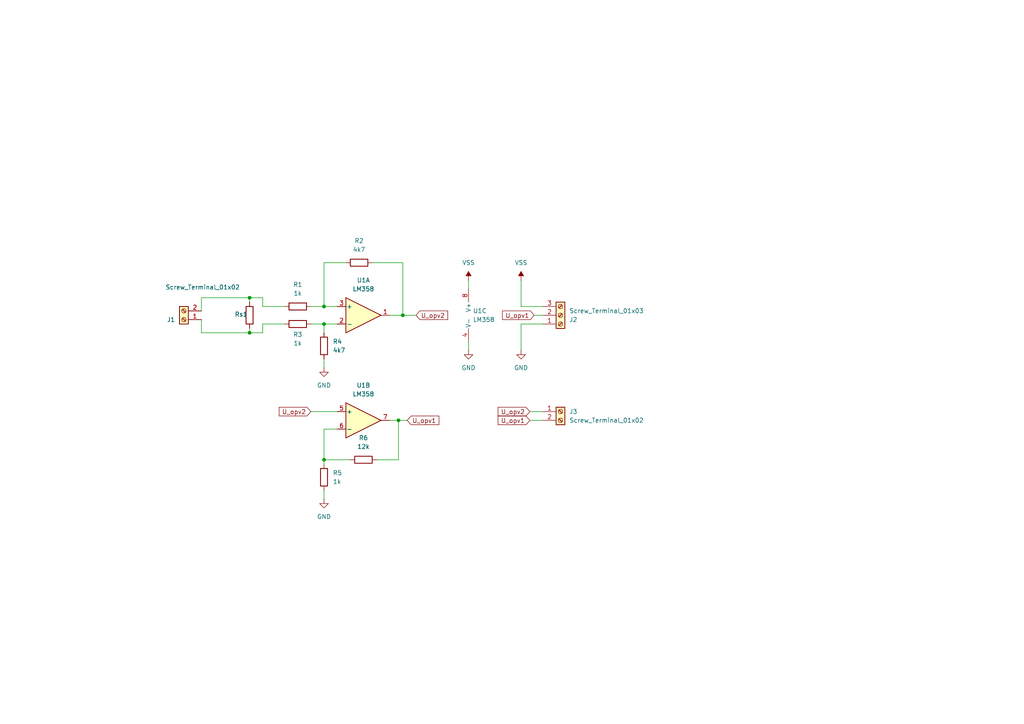
<source format=kicad_sch>
(kicad_sch (version 20241004) (generator "eeschema") (generator_version "8.99")
  (paper "A4")
  (lib_symbols
    (symbol "Amplifier_Operational:LM358" (pin_names (offset 0.127))
      (property "Reference" "U" (at 0 5.08 0))
      (property "Value" "LM358" (at 0 -5.08 0))
      (symbol "LM358_1_1"
        (polyline (pts (xy -5.08 5.08) (xy 5.08 0) (xy -5.08 -5.08) (xy -5.08 5.08)) (stroke (width 0.254)) (fill (type background)))
        (pin input line (at -7.62 2.54 0) (length 2.54) (name "+") (number "3"))
        (pin input line (at -7.62 -2.54 0) (length 2.54) (name "-") (number "2"))
        (pin output line (at 7.62 0 180) (length 2.54) (name "~") (number "1"))
      )
      (symbol "LM358_2_1"
        (polyline (pts (xy -5.08 5.08) (xy 5.08 0) (xy -5.08 -5.08) (xy -5.08 5.08)) (stroke (width 0.254)) (fill (type background)))
        (pin input line (at -7.62 2.54 0) (length 2.54) (name "+") (number "5"))
        (pin input line (at -7.62 -2.54 0) (length 2.54) (name "-") (number "6"))
        (pin output line (at 7.62 0 180) (length 2.54) (name "~") (number "7"))
      )
      (symbol "LM358_3_1"
        (pin power_in line (at -2.54 7.62 270) (length 3.81) (name "V+") (number "8"))
        (pin power_in line (at -2.54 -7.62 90) (length 3.81) (name "V-") (number "4"))
      )
    )
    (symbol "Connector:Screw_Terminal_01x02" (pin_names (offset 1.016) (hide yes))
      (property "Reference" "J" (at 0 2.54 0))
      (property "Value" "Screw_Terminal_01x02" (at 0 -5.08 0))
      (symbol "Screw_Terminal_01x02_1_1"
        (rectangle (start -1.27 1.27) (end 1.27 -3.81) (stroke (width 0.254)) (fill (type background)))
        (polyline (pts (xy -0.5334 0.3302) (xy 0.3302 -0.508)) (stroke (width 0.1524)))
        (polyline (pts (xy -0.5334 -2.2098) (xy 0.3302 -3.048)) (stroke (width 0.1524)))
        (polyline (pts (xy -0.3556 0.508) (xy 0.508 -0.3302)) (stroke (width 0.1524)))
        (polyline (pts (xy -0.3556 -2.032) (xy 0.508 -2.8702)) (stroke (width 0.1524)))
        (circle (center 0 0) (radius 0.635) (stroke (width 0.1524)))
        (circle (center 0 -2.54) (radius 0.635) (stroke (width 0.1524)))
        (pin passive line (at -5.08 0 0) (length 3.81) (name "Pin_1") (number "1"))
        (pin passive line (at -5.08 -2.54 0) (length 3.81) (name "Pin_2") (number "2"))
      )
    )
    (symbol "Connector:Screw_Terminal_01x03" (pin_names (offset 1.016) (hide yes))
      (property "Reference" "J" (at 0 5.08 0))
      (property "Value" "Screw_Terminal_01x03" (at 0 -5.08 0))
      (symbol "Screw_Terminal_01x03_1_1"
        (rectangle (start -1.27 3.81) (end 1.27 -3.81) (stroke (width 0.254)) (fill (type background)))
        (polyline (pts (xy -0.5334 2.8702) (xy 0.3302 2.032)) (stroke (width 0.1524)))
        (polyline (pts (xy -0.5334 0.3302) (xy 0.3302 -0.508)) (stroke (width 0.1524)))
        (polyline (pts (xy -0.5334 -2.2098) (xy 0.3302 -3.048)) (stroke (width 0.1524)))
        (polyline (pts (xy -0.3556 3.048) (xy 0.508 2.2098)) (stroke (width 0.1524)))
        (polyline (pts (xy -0.3556 0.508) (xy 0.508 -0.3302)) (stroke (width 0.1524)))
        (polyline (pts (xy -0.3556 -2.032) (xy 0.508 -2.8702)) (stroke (width 0.1524)))
        (circle (center 0 2.54) (radius 0.635) (stroke (width 0.1524)))
        (circle (center 0 0) (radius 0.635) (stroke (width 0.1524)))
        (circle (center 0 -2.54) (radius 0.635) (stroke (width 0.1524)))
        (pin passive line (at -5.08 2.54 0) (length 3.81) (name "Pin_1") (number "1"))
        (pin passive line (at -5.08 0 0) (length 3.81) (name "Pin_2") (number "2"))
        (pin passive line (at -5.08 -2.54 0) (length 3.81) (name "Pin_3") (number "3"))
      )
    )
    (symbol "Device:R" (pin_numbers (hide yes)) (pin_names (offset 0))
      (property "Reference" "R" (at 2.032 0 90))
      (property "Value" "R" (at 0 0 90))
      (symbol "R_0_1"
        (rectangle (start -1.016 -2.54) (end 1.016 2.54) (stroke (width 0.254)))
      )
      (symbol "R_1_1"
        (pin passive line (at 0 3.81 270) (length 1.27) (name "~") (number "1"))
        (pin passive line (at 0 -3.81 90) (length 1.27) (name "~") (number "2"))
      )
    )
    (symbol "power:GND" (power) (pin_numbers (hide yes)) (pin_names (offset 0) (hide yes))
      (property "Value" "GND" (at 0 -3.81 0))
      (symbol "GND_0_1"
        (polyline (pts (xy 0 0) (xy 0 -1.27) (xy 1.27 -1.27) (xy 0 -2.54) (xy -1.27 -1.27) (xy 0 -1.27)))
      )
      (symbol "GND_1_1"
        (pin power_in line (at 0 0 270) (length 0) (name "~") (number "1"))
      )
    )
    (symbol "power:VSS" (power) (pin_numbers (hide yes)) (pin_names (offset 0) (hide yes))
      (property "Value" "VSS" (at 0 3.556 0))
      (symbol "VSS_0_1"
        (polyline (pts (xy 0 0) (xy 0 2.54)))
        (polyline (pts (xy 0.762 1.27) (xy -0.762 1.27) (xy 0 2.54) (xy 0.762 1.27)) (fill (type outline)))
      )
      (symbol "VSS_1_1"
        (pin power_in line (at 0 0 90) (length 0) (name "~") (number "1"))
      )
    )
  )
  (junction (at 115.57 121.92))
  (junction (at 93.98 93.98))
  (junction (at 93.98 133.35))
  (junction (at 93.98 88.9))
  (junction (at 72.39 86.36))
  (junction (at 116.84 91.44))
  (junction (at 72.39 96.52))
  (wire (pts (xy 76.2 88.9) (xy 82.55 88.9)))
  (wire (pts (xy 107.95 76.2) (xy 116.84 76.2)))
  (wire (pts (xy 115.57 121.92) (xy 118.11 121.92)))
  (wire (pts (xy 76.2 88.9) (xy 76.2 86.36)))
  (wire (pts (xy 151.13 93.98) (xy 157.48 93.98)))
  (wire (pts (xy 76.2 93.98) (xy 76.2 96.52)))
  (wire (pts (xy 76.2 93.98) (xy 82.55 93.98)))
  (wire (pts (xy 93.98 124.46) (xy 93.98 133.35)))
  (wire (pts (xy 93.98 93.98) (xy 93.98 96.52)))
  (wire (pts (xy 97.79 124.46) (xy 93.98 124.46)))
  (wire (pts (xy 72.39 86.36) (xy 72.39 87.63)))
  (wire (pts (xy 151.13 88.9) (xy 157.48 88.9)))
  (wire (pts (xy 135.89 99.06) (xy 135.89 101.6)))
  (wire (pts (xy 93.98 76.2) (xy 93.98 88.9)))
  (wire (pts (xy 115.57 121.92) (xy 115.57 133.35)))
  (wire (pts (xy 153.67 119.38) (xy 157.48 119.38)))
  (wire (pts (xy 93.98 133.35) (xy 101.6 133.35)))
  (wire (pts (xy 151.13 81.28) (xy 151.13 88.9)))
  (wire (pts (xy 116.84 91.44) (xy 120.65 91.44)))
  (wire (pts (xy 100.33 76.2) (xy 93.98 76.2)))
  (wire (pts (xy 151.13 93.98) (xy 151.13 101.6)))
  (wire (pts (xy 90.17 93.98) (xy 93.98 93.98)))
  (wire (pts (xy 72.39 96.52) (xy 76.2 96.52)))
  (wire (pts (xy 93.98 93.98) (xy 97.79 93.98)))
  (wire (pts (xy 72.39 95.25) (xy 72.39 96.52)))
  (wire (pts (xy 58.42 96.52) (xy 72.39 96.52)))
  (wire (pts (xy 76.2 86.36) (xy 72.39 86.36)))
  (wire (pts (xy 93.98 133.35) (xy 93.98 134.62)))
  (wire (pts (xy 93.98 142.24) (xy 93.98 144.78)))
  (wire (pts (xy 90.17 119.38) (xy 97.79 119.38)))
  (wire (pts (xy 90.17 88.9) (xy 93.98 88.9)))
  (wire (pts (xy 116.84 76.2) (xy 116.84 91.44)))
  (wire (pts (xy 93.98 88.9) (xy 97.79 88.9)))
  (wire (pts (xy 113.03 91.44) (xy 116.84 91.44)))
  (wire (pts (xy 153.67 121.92) (xy 157.48 121.92)))
  (wire (pts (xy 135.89 81.28) (xy 135.89 83.82)))
  (wire (pts (xy 115.57 133.35) (xy 109.22 133.35)))
  (wire (pts (xy 93.98 104.14) (xy 93.98 106.68)))
  (wire (pts (xy 113.03 121.92) (xy 115.57 121.92)))
  (wire (pts (xy 58.42 90.17) (xy 58.42 86.36)))
  (wire (pts (xy 58.42 86.36) (xy 72.39 86.36)))
  (wire (pts (xy 154.94 91.44) (xy 157.48 91.44)))
  (wire (pts (xy 58.42 92.71) (xy 58.42 96.52)))
  (global_label "U_opv1" (shape input) (at 118.11 121.92 0) (property "Intersheetrefs" "${INTERSHEET_REFS}" (effects (hide yes))))
  (global_label "U_opv1" (shape input) (at 154.94 91.44 180) (property "Intersheetrefs" "${INTERSHEET_REFS}" (effects (hide yes))))
  (global_label "U_opv1" (shape input) (at 153.67 121.92 180) (property "Intersheetrefs" "${INTERSHEET_REFS}" (effects (hide yes))))
  (global_label "U_opv2" (shape input) (at 90.17 119.38 180) (property "Intersheetrefs" "${INTERSHEET_REFS}" (effects (hide yes))))
  (global_label "U_opv2" (shape input) (at 153.67 119.38 180) (property "Intersheetrefs" "${INTERSHEET_REFS}" (effects (hide yes))))
  (global_label "U_opv2" (shape input) (at 120.65 91.44 0) (property "Intersheetrefs" "${INTERSHEET_REFS}" (effects (hide yes))))
  (symbol (lib_id "power:GND") (at 93.98 144.78 0) (unit 1)
    (property "Reference" "#PWR02" (effects (hide yes)))
    (property "Value" "GND" (at 93.98 149.86 0))
    (property "Description" "Power symbol creates a global label with name \"GND\" , ground" (effects (hide yes)))
  )
  (symbol (lib_id "Device:R") (at 105.41 133.35 270) (unit 1)
    (property "Reference" "R6" (at 105.41 127 90))
    (property "Value" "12k" (at 105.41 129.54 90))
    (property "Footprint" "Resistor_THT:R_Axial_DIN0207_L6.3mm_D2.5mm_P10.16mm_Horizontal" (effects (hide yes)))
    (property "Description" "Resistor" (effects (hide yes)))
  )
  (symbol (lib_id "Amplifier_Operational:LM358") (at 105.41 121.92 0) (unit 2)
    (property "Reference" "U1" (at 105.41 111.76 0))
    (property "Value" "LM358" (at 105.41 114.3 0))
    (property "Footprint" "Package_DIP:DIP-8_W7.62mm_Socket" (effects (hide yes)))
    (property "Datasheet" "http://www.ti.com/lit/ds/symlink/lm2904-n.pdf" (effects (hide yes)))
    (property "Description" "Low-Power, Dual Operational Amplifiers, DIP-8/SOIC-8/TO-99-8" (effects (hide yes)))
  )
  (symbol (lib_id "Amplifier_Operational:LM358") (at 138.43 91.44 0) (unit 3)
    (property "Reference" "U1" (at 137.16 90.1699 0) (effects (justify left)))
    (property "Value" "LM358" (at 137.16 92.7099 0) (effects (justify left)))
    (property "Footprint" "Package_DIP:DIP-8_W7.62mm_Socket" (effects (hide yes)))
    (property "Datasheet" "http://www.ti.com/lit/ds/symlink/lm2904-n.pdf" (effects (hide yes)))
    (property "Description" "Low-Power, Dual Operational Amplifiers, DIP-8/SOIC-8/TO-99-8" (effects (hide yes)))
  )
  (symbol (lib_id "Amplifier_Operational:LM358") (at 105.41 91.44 0) (unit 1)
    (property "Reference" "U1" (at 105.41 81.28 0))
    (property "Value" "LM358" (at 105.41 83.82 0))
    (property "Footprint" "Package_DIP:DIP-8_W7.62mm_Socket" (effects (hide yes)))
    (property "Datasheet" "http://www.ti.com/lit/ds/symlink/lm2904-n.pdf" (effects (hide yes)))
    (property "Description" "Low-Power, Dual Operational Amplifiers, DIP-8/SOIC-8/TO-99-8" (effects (hide yes)))
  )
  (symbol (lib_id "Device:R") (at 93.98 138.43 180) (unit 1)
    (property "Reference" "R5" (at 96.52 137.1599 0) (effects (justify right)))
    (property "Value" "1k" (at 96.52 139.6999 0) (effects (justify right)))
    (property "Footprint" "Resistor_THT:R_Axial_DIN0207_L6.3mm_D2.5mm_P10.16mm_Horizontal" (effects (hide yes)))
    (property "Description" "Resistor" (effects (hide yes)))
  )
  (symbol (lib_id "Device:R") (at 104.14 76.2 90) (unit 1)
    (property "Reference" "R2" (at 104.14 69.85 90))
    (property "Value" "4k7" (at 104.14 72.39 90))
    (property "Footprint" "Resistor_THT:R_Axial_DIN0207_L6.3mm_D2.5mm_P10.16mm_Horizontal" (effects (hide yes)))
    (property "Description" "Resistor" (effects (hide yes)))
  )
  (symbol (lib_id "Device:R") (at 86.36 93.98 90) (unit 1)
    (property "Reference" "R3" (at 86.36 97.028 90))
    (property "Value" "1k" (at 86.36 99.568 90))
    (property "Footprint" "Resistor_THT:R_Axial_DIN0207_L6.3mm_D2.5mm_P10.16mm_Horizontal" (effects (hide yes)))
    (property "Description" "Resistor" (effects (hide yes)))
  )
  (symbol (lib_id "power:GND") (at 93.98 106.68 0) (unit 1)
    (property "Reference" "#PWR01" (effects (hide yes)))
    (property "Value" "GND" (at 93.98 111.76 0))
    (property "Description" "Power symbol creates a global label with name \"GND\" , ground" (effects (hide yes)))
  )
  (symbol (lib_id "Device:R") (at 93.98 100.33 180) (unit 1)
    (property "Reference" "R4" (at 96.52 99.0599 0) (effects (justify right)))
    (property "Value" "4k7" (at 96.52 101.5999 0) (effects (justify right)))
    (property "Footprint" "Resistor_THT:R_Axial_DIN0207_L6.3mm_D2.5mm_P10.16mm_Horizontal" (effects (hide yes)))
    (property "Description" "Resistor" (effects (hide yes)))
  )
  (symbol (lib_id "Device:R") (at 72.39 91.44 180) (unit 1)
    (property "Reference" "Rs1" (at 68.072 91.186 0) (effects (justify right)))
    (property "Value" "R_shunt" (effects (hide yes)))
    (property "Footprint" "Resistor_SMD:R_2512_6332Metric_Pad1.40x3.35mm_HandSolder" (effects (hide yes)))
    (property "Description" "Resistor" (effects (hide yes)))
  )
  (symbol (lib_id "Connector:Screw_Terminal_01x02") (at 162.56 119.38 0) (unit 1) (on_board no)
    (property "Reference" "J3" (at 165.1 119.3799 0) (effects (justify left)))
    (property "Value" "Screw_Terminal_01x02" (at 165.1 121.9199 0) (effects (justify left)))
    (property "Footprint" "Connector_Phoenix_MSTB:PhoenixContact_MSTBA_2,5_2-G-5,08_1x02_P5.08mm_Horizontal" (effects (hide yes)))
    (property "Description" "Generic screw terminal, single row, 01x02, script generated (kicad-library-utils/schlib/autogen/connector/)" (effects (hide yes)))
  )
  (symbol (lib_id "Connector:Screw_Terminal_01x02") (at 53.34 92.71 180) (unit 1)
    (property "Reference" "J1" (at 50.8 92.7101 0) (effects (justify left)))
    (property "Value" "Screw_Terminal_01x02" (at 69.596 83.312 0) (effects (justify left)))
    (property "Footprint" "TerminalBlock_RND:TerminalBlock_RND_205-00001_1x02_P5.00mm_Horizontal" (effects (hide yes)))
    (property "Description" "Generic screw terminal, single row, 01x02, script generated (kicad-library-utils/schlib/autogen/connector/)" (effects (hide yes)))
  )
  (symbol (lib_id "power:VSS") (at 135.89 81.28 0) (unit 1)
    (property "Reference" "#PWR03" (effects (hide yes)))
    (property "Value" "VSS" (at 135.89 76.2 0))
    (property "Description" "Power symbol creates a global label with name \"VSS\"" (effects (hide yes)))
  )
  (symbol (lib_id "Connector:Screw_Terminal_01x03") (at 162.56 91.44 0) (mirror x) (unit 1)
    (property "Reference" "J2" (at 165.1 92.7101 0) (effects (justify left)))
    (property "Value" "Screw_Terminal_01x03" (at 165.1 90.1701 0) (effects (justify left)))
    (property "Footprint" "TerminalBlock_RND:TerminalBlock_RND_205-00013_1x03_P5.00mm_Horizontal" (effects (hide yes)))
    (property "Description" "Generic screw terminal, single row, 01x03, script generated (kicad-library-utils/schlib/autogen/connector/)" (effects (hide yes)))
  )
  (symbol (lib_id "power:GND") (at 151.13 101.6 0) (unit 1)
    (property "Reference" "#PWR06" (effects (hide yes)))
    (property "Value" "GND" (at 151.13 106.68 0))
    (property "Description" "Power symbol creates a global label with name \"GND\" , ground" (effects (hide yes)))
  )
  (symbol (lib_id "power:VSS") (at 151.13 81.28 0) (unit 1)
    (property "Reference" "#PWR05" (effects (hide yes)))
    (property "Value" "VSS" (at 151.13 76.2 0))
    (property "Description" "Power symbol creates a global label with name \"VSS\"" (effects (hide yes)))
  )
  (symbol (lib_id "Device:R") (at 86.36 88.9 90) (unit 1)
    (property "Reference" "R1" (at 86.36 82.55 90))
    (property "Value" "1k" (at 86.36 85.09 90))
    (property "Footprint" "Resistor_THT:R_Axial_DIN0207_L6.3mm_D2.5mm_P10.16mm_Horizontal" (effects (hide yes)))
    (property "Description" "Resistor" (effects (hide yes)))
  )
  (symbol (lib_id "power:GND") (at 135.89 101.6 0) (unit 1)
    (property "Reference" "#PWR04" (effects (hide yes)))
    (property "Value" "GND" (at 135.89 106.68 0))
    (property "Description" "Power symbol creates a global label with name \"GND\" , ground" (effects (hide yes)))
  )
)
</source>
